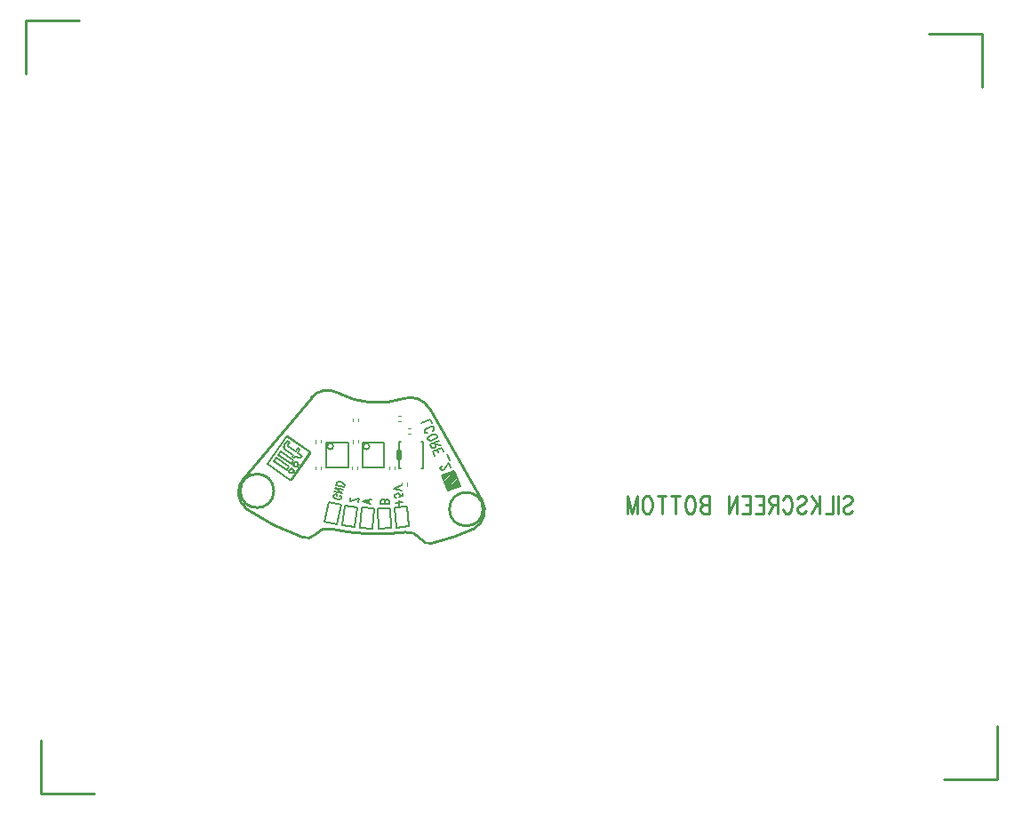
<source format=gbr>
*
*
G04 PADS 9.3 Build Number: 433611 generated Gerber (RS-274-X) file*
G04 PC Version=2.1*
*
%IN "LCORE_2.pcb"*%
*
%MOIN*%
*
%FSLAX35Y35*%
*
*
*
*
G04 PC Standard Apertures*
*
*
G04 Thermal Relief Aperture macro.*
%AMTER*
1,1,$1,0,0*
1,0,$1-$2,0,0*
21,0,$3,$4,0,0,45*
21,0,$3,$4,0,0,135*
%
*
*
G04 Annular Aperture macro.*
%AMANN*
1,1,$1,0,0*
1,0,$2,0,0*
%
*
*
G04 Odd Aperture macro.*
%AMODD*
1,1,$1,0,0*
1,0,$1-0.005,0,0*
%
*
*
G04 PC Custom Aperture Macros*
*
*
*
*
*
*
G04 PC Aperture Table*
*
%ADD010C,0.001*%
%ADD011C,0.004*%
%ADD012C,0.01*%
%ADD013C,0.00591*%
%ADD014C,0.006*%
%ADD016C,0.005*%
%ADD023C,0.01969*%
%ADD026C,0.00787*%
*
*
*
*
G04 PC Circuitry*
G04 Layer Name LCORE_2.pcb - circuitry*
%LPD*%
*
*
G04 PC Custom Flashes*
G04 Layer Name LCORE_2.pcb - flashes*
%LPD*%
*
*
G04 PC Circuitry*
G04 Layer Name LCORE_2.pcb - circuitry*
%LPD*%
*
G54D10*
G54D11*
G01X1956229Y1576539D02*
Y1577661D01*
X1954260Y1576563D02*
Y1577567D01*
X1940481Y1587492D02*
Y1586370D01*
X1942449Y1587469D02*
Y1586465D01*
X1942253Y1576539D02*
Y1577661D01*
X1940284Y1576563D02*
Y1577567D01*
X1926505Y1587492D02*
Y1586370D01*
X1928473Y1587469D02*
Y1586465D01*
Y1576539D02*
Y1577661D01*
X1926505Y1576563D02*
Y1577567D01*
X1960989Y1590087D02*
X1962111D01*
X1961012Y1592055D02*
X1962016D01*
X1957446Y1594614D02*
X1958568D01*
X1957469Y1596583D02*
X1958473D01*
X1940481Y1595760D02*
Y1594638D01*
X1942449Y1595736D02*
Y1594732D01*
X1960757Y1570437D02*
Y1571559D01*
X1958788Y1570461D02*
Y1571465D01*
G54D12*
X1910869Y1568500D02*
G75*
G03X1910869I-6300J0D01*
G01X1989309Y1561637D02*
G03X1989309I-6299J0D01*
G01X2124504Y1565594D02*
X2124958Y1566219D01*
X2125640Y1566531*
X2126549*
X2127231Y1566219*
X2127686Y1565594*
Y1564969*
X2127458Y1564344*
X2127231Y1564031*
X2126777Y1563719*
X2125413Y1563094*
X2124958Y1562781*
X2124731Y1562469*
X2124504Y1561844*
Y1560906*
X2124958Y1560281*
X2125640Y1559969*
X2126549*
X2127231Y1560281*
X2127686Y1560906*
X2122458Y1566531D02*
Y1559969D01*
X2120413Y1566531D02*
Y1559969D01*
X2117686*
X2115640Y1566531D02*
Y1559969D01*
X2112458Y1566531D02*
X2115640Y1562156D01*
X2114504Y1563719D02*
X2112458Y1559969D01*
X2107231Y1565594D02*
X2107686Y1566219D01*
X2108368Y1566531*
X2109277*
X2109958Y1566219*
X2110413Y1565594*
Y1564969*
X2110186Y1564344*
X2109958Y1564031*
X2109504Y1563719*
X2108140Y1563094*
X2107686Y1562781*
X2107458Y1562469*
X2107231Y1561844*
Y1560906*
X2107686Y1560281*
X2108368Y1559969*
X2109277*
X2109958Y1560281*
X2110413Y1560906*
X2101777Y1564969D02*
X2102004Y1565594D01*
X2102458Y1566219*
X2102913Y1566531*
X2103822*
X2104277Y1566219*
X2104731Y1565594*
X2104958Y1564969*
X2105186Y1564031*
Y1562469*
X2104958Y1561531*
X2104731Y1560906*
X2104277Y1560281*
X2103822Y1559969*
X2102913*
X2102458Y1560281*
X2102004Y1560906*
X2101777Y1561531*
X2099731Y1566531D02*
Y1559969D01*
Y1566531D02*
X2097686D01*
X2097004Y1566219*
X2096777Y1565906*
X2096549Y1565281*
Y1564656*
X2096777Y1564031*
X2097004Y1563719*
X2097686Y1563406*
X2099731*
X2098140D02*
X2096549Y1559969D01*
X2094504Y1566531D02*
Y1559969D01*
Y1566531D02*
X2091549D01*
X2094504Y1563406D02*
X2092686D01*
X2094504Y1559969D02*
X2091549D01*
X2089504Y1566531D02*
Y1559969D01*
Y1566531D02*
X2086549D01*
X2089504Y1563406D02*
X2087686D01*
X2089504Y1559969D02*
X2086549D01*
X2084504Y1566531D02*
Y1559969D01*
Y1566531D02*
X2081322Y1559969D01*
Y1566531D02*
Y1559969D01*
X2074049Y1566531D02*
Y1559969D01*
Y1566531D02*
X2072004D01*
X2071322Y1566219*
X2071095Y1565906*
X2070868Y1565281*
Y1564656*
X2071095Y1564031*
X2071322Y1563719*
X2072004Y1563406*
X2074049D02*
X2072004D01*
X2071322Y1563094*
X2071095Y1562781*
X2070868Y1562156*
Y1561219*
X2071095Y1560594*
X2071322Y1560281*
X2072004Y1559969*
X2074049*
X2067458Y1566531D02*
X2067913Y1566219D01*
X2068368Y1565594*
X2068595Y1564969*
X2068822Y1564031*
Y1562469*
X2068595Y1561531*
X2068368Y1560906*
X2067913Y1560281*
X2067458Y1559969*
X2066549*
X2066095Y1560281*
X2065640Y1560906*
X2065413Y1561531*
X2065186Y1562469*
Y1564031*
X2065413Y1564969*
X2065640Y1565594*
X2066095Y1566219*
X2066549Y1566531*
X2067458*
X2061549D02*
Y1559969D01*
X2063140Y1566531D02*
X2059958D01*
X2056322D02*
Y1559969D01*
X2057913Y1566531D02*
X2054731D01*
X2051322D02*
X2051777Y1566219D01*
X2052231Y1565594*
X2052458Y1564969*
X2052686Y1564031*
Y1562469*
X2052458Y1561531*
X2052231Y1560906*
X2051777Y1560281*
X2051322Y1559969*
X2050413*
X2049958Y1560281*
X2049504Y1560906*
X2049277Y1561531*
X2049049Y1562469*
Y1564031*
X2049277Y1564969*
X2049504Y1565594*
X2049958Y1566219*
X2050413Y1566531*
X2051322*
X2047004D02*
Y1559969D01*
Y1566531D02*
X2045186Y1559969D01*
X2043368Y1566531D02*
X2045186Y1559969D01*
X2043368Y1566531D02*
Y1559969D01*
X1900788Y1561558D02*
G03X1921809Y1551031I48934J71466D01*
G01X1921827Y1551025D02*
G03X1926389Y1552091I1471J3999D01*
G01X1932249Y1554225D02*
G03X1926391Y1552092I-1336J-5442D01*
G01X1932289Y1554216D02*
G03X1960292Y1552993I17468J78795D01*
G01X1965815Y1550567D02*
G03X1960269Y1552990I-4781J-3386D01*
G01X1965819Y1550561D02*
G03X1970341Y1548880I3345J2074D01*
G01X1970380Y1548889D02*
G03X1985922Y1554286I-20514J84150D01*
G01X1985913Y1554281D02*
G03X1988944Y1564993I-3840J6872D01*
G01X1988940Y1564999D02*
X1969016Y1599606D01*
X1969018Y1599603D02*
G03X1959686Y1603148I-6910J-4135D01*
G01X1934880Y1605240D02*
G03X1959709Y1603156I14835J27784D01*
G01X1934845Y1605259D02*
G03X1924876Y1603376I-3866J-6861D01*
G01X1924879Y1603379D02*
X1899587Y1573281D01*
X1899585Y1573278D02*
G03X1900763Y1561574I5923J-5315D01*
G01X1837791Y1744944D02*
X1817791D01*
Y1724944*
X1823603Y1475056D02*
Y1455056D01*
X1843603*
X2162209Y1460312D02*
X2182209D01*
Y1480312*
X2176373Y1719944D02*
Y1739944D01*
X2156373*
G54D13*
X1958591Y1577094D02*
X1957804D01*
Y1586937*
X1958591*
X1966072Y1577094D02*
X1966859D01*
Y1586937*
X1966072*
X1959120Y1564248D02*
X1956488Y1563878D01*
X1957939Y1563106D02*
X1957670Y1565020D01*
X1959095Y1567606D02*
X1959245Y1566543D01*
X1957944Y1566251*
X1958075Y1566378*
X1958176Y1566718*
X1958132Y1567037*
X1957941Y1567335*
X1957618Y1567507*
X1957165Y1567551*
X1956887Y1567404*
X1956464Y1567236*
X1956201Y1566982*
X1956100Y1566643*
X1956145Y1566324*
X1956336Y1566025*
X1956497Y1565940*
X1956804Y1565874*
X1958931Y1568775D02*
X1955741Y1569195D01*
X1958692Y1570477D02*
X1955741Y1569195D01*
X1935652Y1566758D02*
X1935912Y1566583D01*
X1936147Y1566303*
X1936238Y1566059*
X1936134Y1565642*
X1935939Y1565469*
X1935600Y1565332*
X1935288Y1565300*
X1934832Y1565303*
X1934116Y1565481*
X1933712Y1565693*
X1933452Y1565868*
X1933217Y1566148*
X1933126Y1566392*
X1933230Y1566809*
X1933425Y1566981*
X1933763Y1567118*
X1934076Y1567151*
X1934506Y1567044*
X1934376Y1566523D02*
X1934506Y1567044D01*
X1936602Y1567517D02*
X1933593Y1568267D01*
X1936602Y1567517D02*
X1933957Y1569726D01*
X1936965Y1568976D02*
X1933957Y1569726D01*
X1937199Y1569913D02*
X1934191Y1570664D01*
X1937199Y1569913D02*
X1937381Y1570643D01*
X1937316Y1570991*
X1937081Y1571271*
X1936820Y1571446*
X1936417Y1571658*
X1935700Y1571836*
X1935245Y1571839*
X1934932Y1571807*
X1934594Y1571670*
X1934373Y1571393*
X1934191Y1570664*
X1944240Y1564580D02*
X1947370Y1565325D01*
X1944240Y1564580D02*
X1947307Y1563608D01*
X1946325Y1565041D02*
X1946286Y1563968D01*
X1954042Y1563773D02*
X1950942Y1563719D01*
X1954042Y1563773D02*
X1954025Y1564740D01*
X1953872Y1565059*
X1953723Y1565164*
X1953425Y1565266*
X1953130Y1565261*
X1952837Y1565148*
X1952691Y1565038*
X1952549Y1564714*
X1952566Y1563748D02*
X1952549Y1564714D01*
X1952396Y1565033*
X1952246Y1565138*
X1951949Y1565240*
X1951506Y1565233*
X1951213Y1565120*
X1951067Y1565010*
X1950925Y1564685*
X1950942Y1563719*
X1939414Y1564484D02*
X1942655Y1565654D01*
X1939571Y1565979D02*
X1939414Y1564484D01*
X1942655Y1565654D02*
X1942498Y1564159D01*
X1924339Y1582409D02*
X1924329Y1582417D01*
X1924359Y1582459*
X1924349Y1582466*
X1924383Y1582515*
X1924373Y1582522*
X1924400Y1582561*
X1924390Y1582568*
X1924411Y1582598*
X1924401Y1582604*
X1924414Y1582624*
X1924405Y1582631*
X1924425Y1582660*
X1924415Y1582667*
X1924429Y1582687*
X1924419Y1582694*
X1924433Y1582713*
X1924423Y1582720*
X1924436Y1582740*
X1924426Y1582747*
X1924433Y1582756*
X1924423Y1582763*
X1924437Y1582783*
X1924427Y1582790*
X1924441Y1582809*
X1924431Y1582816*
X1924438Y1582826*
X1924428Y1582833*
X1924435Y1582842*
X1924425Y1582849*
X1924438Y1582869*
X1924429Y1582876*
X1924435Y1582886*
X1924426Y1582892*
X1924432Y1582902*
X1924423Y1582909*
X1924429Y1582919*
X1924420Y1582926*
X1924426Y1582935*
X1924416Y1582942*
X1924423Y1582952*
X1924413Y1582959*
X1924420Y1582969*
X1924410Y1582975*
X1924417Y1582985*
X1924407Y1582992*
X1924414Y1583002*
X1924404Y1583009*
X1924411Y1583018*
X1924411D02*
X1924401Y1583025D01*
X1924408Y1583035*
X1924388Y1583049*
X1924395Y1583059*
X1924385Y1583065*
X1924392Y1583075*
X1924373Y1583089*
X1924379Y1583099*
X1924369Y1583105*
X1924376Y1583115*
X1924357Y1583129*
X1924363Y1583139*
X1924344Y1583152*
X1924351Y1583162*
X1924331Y1583176*
X1924338Y1583185*
X1924318Y1583199*
X1924325Y1583209*
X1924295Y1583229*
X1924302Y1583239*
X1924273Y1583259*
X1924279Y1583269*
X1924240Y1583296*
X1924247Y1583306*
X1916267Y1588821*
X1916261Y1588811*
X1916221Y1588838*
X1916215Y1588828*
X1916185Y1588848*
X1916178Y1588839*
X1916149Y1588859*
X1916142Y1588849*
X1916122Y1588863*
X1916116Y1588853*
X1916096Y1588866*
X1916089Y1588857*
X1916069Y1588870*
X1916063Y1588860*
X1916043Y1588874*
X1916036Y1588864*
X1916026Y1588871*
X1916020Y1588861*
X1916000Y1588875*
X1915993Y1588865*
X1915983Y1588872*
X1915977Y1588862*
X1915957Y1588875*
X1915950Y1588866*
X1915940Y1588872*
X1915934Y1588863*
X1915924Y1588869*
X1915917Y1588859*
X1915907Y1588866*
X1915900Y1588856*
X1915890Y1588863*
X1915884Y1588853*
X1915874Y1588860*
X1915867Y1588850*
X1915857Y1588857*
X1915850Y1588847*
X1915841Y1588854*
X1915834Y1588844*
X1915824Y1588851*
X1915817Y1588841*
X1915807Y1588848*
X1915801Y1588838*
X1915791Y1588845*
X1915777Y1588825*
X1915767Y1588832*
X1915761Y1588822*
X1915751Y1588829*
X1915744Y1588819*
X1915734Y1588826*
X1915721Y1588806*
X1915711Y1588813*
X1915697Y1588794*
X1915687Y1588800*
X1915680Y1588791*
X1915671Y1588797*
X1915657Y1588778*
X1915647Y1588784*
X1915634Y1588765*
X1915624Y1588772*
X1915610Y1588752*
X1915600Y1588759*
X1915580Y1588729*
X1915570Y1588736*
X1915557Y1588716*
X1915547Y1588723*
X1915520Y1588684*
X1915510Y1588691*
X1915449Y1588602*
X1915439Y1588609*
X1908424Y1578458*
X1916855Y1572631*
X1916862Y1572641*
X1916911Y1572607*
X1916918Y1572617*
X1916947Y1572596*
X1916954Y1572606*
X1916984Y1572586*
X1916991Y1572596*
X1917010Y1572582*
X1917017Y1572592*
X1917037Y1572578*
X1917043Y1572588*
X1917063Y1572575*
X1917070Y1572584*
X1917090Y1572571*
X1917096Y1572581*
X1917106Y1572574*
X1917113Y1572584*
X1917133Y1572570*
X1917139Y1572580*
X1917149Y1572573*
X1917156Y1572583*
X1917166Y1572576*
X1917173Y1572586*
X1917192Y1572572*
X1917199Y1572582*
X1917209Y1572575*
X1917216Y1572585*
X1917226Y1572579*
X1917232Y1572588*
X1917242Y1572582*
X1917249Y1572591*
X1917259Y1572585*
X1917266Y1572594*
X1917275Y1572588*
X1917282Y1572597*
X1917292Y1572591*
X1917299Y1572600*
X1917309Y1572594*
X1917315Y1572604*
X1917325Y1572597*
X1917332Y1572607*
X1917342Y1572600*
X1917355Y1572619*
X1917365Y1572613*
X1917372Y1572622*
X1917382Y1572616*
X1917395Y1572635*
X1917405Y1572629*
X1917412Y1572638*
X1917422Y1572632*
X1917435Y1572651*
X1917445Y1572644*
X1917452Y1572654*
X1917462Y1572647*
X1917475Y1572667*
X1917485Y1572660*
X1917499Y1572680*
X1917509Y1572673*
X1917522Y1572693*
X1917532Y1572686*
X1917552Y1572716*
X1917562Y1572709*
X1917576Y1572728*
X1917586Y1572722*
X1917613Y1572761*
X1917623Y1572754*
X1917643Y1572784*
X1917653Y1572777*
X1917687Y1572826*
X1917697Y1572819*
X1917726Y1572861*
X1917736Y1572854*
X1924339Y1582409*
X1924199Y1582501D02*
X1917591Y1572940D01*
X1917581Y1572946*
X1917547Y1572897*
X1917538Y1572904*
X1917510Y1572865*
X1917501Y1572871*
X1917480Y1572842*
X1917470Y1572849*
X1917457Y1572829*
X1917447Y1572836*
X1917427Y1572806*
X1917417Y1572813*
X1917410Y1572803*
X1917400Y1572810*
X1917387Y1572791*
X1917377Y1572797*
X1917363Y1572778*
X1917353Y1572784*
X1917347Y1572775*
X1917337Y1572781*
X1917323Y1572762*
X1917313Y1572769*
X1917306Y1572759*
X1917297Y1572766*
X1917290Y1572756*
X1917280Y1572763*
X1917266Y1572743*
X1917257Y1572750*
X1917250Y1572740*
X1917240Y1572747*
X1917233Y1572737*
X1917223Y1572744*
X1917217Y1572734*
X1917207Y1572741*
X1917200Y1572731*
X1917190Y1572737*
X1917183Y1572728*
X1917164Y1572741*
X1917157Y1572731*
X1917147Y1572738*
X1917140Y1572728*
X1917130Y1572735*
X1917124Y1572725*
X1917104Y1572739*
X1917097Y1572729*
X1917087Y1572736*
X1917081Y1572726*
X1917061Y1572740*
X1917054Y1572730*
X1917035Y1572743*
X1917028Y1572734*
X1916998Y1572754*
X1916991Y1572744*
X1916962Y1572764*
X1916955Y1572755*
X1916916Y1572782*
X1916909Y1572772*
X1908625Y1578497*
X1915531Y1588491*
X1915541Y1588484*
X1915575Y1588533*
X1915585Y1588526*
X1915612Y1588566*
X1915622Y1588559*
X1915642Y1588588*
X1915652Y1588582*
X1915666Y1588601*
X1915676Y1588594*
X1915696Y1588624*
X1915706Y1588617*
X1915719Y1588637*
X1915729Y1588630*
X1915736Y1588640*
X1915746Y1588633*
X1915759Y1588653*
X1915769Y1588646*
X1915783Y1588666*
X1915793Y1588659*
X1915799Y1588669*
X1915809Y1588662*
X1915816Y1588672*
X1915826Y1588665*
X1915840Y1588685*
X1915849Y1588678*
X1915856Y1588688*
X1915866Y1588681*
X1915873Y1588691*
X1915883Y1588684*
X1915889Y1588694*
X1915899Y1588687*
X1915906Y1588697*
X1915916Y1588690*
X1915923Y1588700*
X1915932Y1588693*
X1915939Y1588703*
X1915959Y1588689*
X1915966Y1588699*
X1915975Y1588692*
X1915975D02*
X1915982Y1588702D01*
X1915992Y1588695*
X1915999Y1588705*
X1916019Y1588691*
X1916025Y1588701*
X1916035Y1588694*
X1916035D02*
X1916042Y1588704D01*
X1916062Y1588691*
X1916068Y1588701*
X1916088Y1588687*
X1916095Y1588697*
X1916124Y1588676*
X1916131Y1588686*
X1916161Y1588666*
X1916167Y1588676*
X1916207Y1588649*
X1916213Y1588658*
X1924114Y1583198*
X1924108Y1583189*
X1924147Y1583161*
X1924140Y1583152*
X1924170Y1583131*
X1924163Y1583121*
X1924192Y1583101*
X1924185Y1583091*
X1924205Y1583078*
X1924198Y1583068*
X1924218Y1583054*
X1924211Y1583044*
X1924221Y1583038*
X1924214Y1583028*
X1924234Y1583014*
X1924227Y1583004*
X1924237Y1582998*
X1924230Y1582988*
X1924240Y1582981*
X1924233Y1582971*
X1924253Y1582958*
X1924246Y1582948*
X1924256Y1582941*
X1924249Y1582931*
X1924259Y1582924*
X1924252Y1582914*
X1924262Y1582908*
X1924255Y1582898*
X1924265Y1582891*
X1924258Y1582881*
X1924268Y1582874*
X1924261Y1582865*
X1924271Y1582858*
X1924257Y1582838*
X1924267Y1582831*
X1924260Y1582822*
X1924270Y1582815*
X1924264Y1582805*
X1924273Y1582798*
X1924260Y1582778*
X1924270Y1582772*
X1924256Y1582752*
X1924266Y1582745*
X1924259Y1582735*
X1924269Y1582729*
X1924255Y1582709*
X1924265Y1582702*
X1924245Y1582673*
X1924255Y1582666*
X1924241Y1582646*
X1924251Y1582639*
X1924230Y1582610*
X1924240Y1582603*
X1924213Y1582564*
X1924223Y1582557*
X1924189Y1582508*
X1924199Y1582501*
X1916591Y1577514D02*
X1911717Y1580883D01*
X1910780Y1579527*
X1915654Y1576158*
X1916591Y1577514*
X1918270Y1575635D02*
X1918260Y1575642D01*
X1918294Y1575691*
X1918284Y1575698*
X1918312Y1575737*
X1918302Y1575744*
X1918322Y1575774*
X1918312Y1575780*
X1918326Y1575800*
X1918316Y1575807*
X1918336Y1575836*
X1918327Y1575843*
X1918340Y1575863*
X1918330Y1575870*
X1918344Y1575889*
X1918334Y1575896*
X1918348Y1575916*
X1918338Y1575923*
X1918351Y1575942*
X1918342Y1575949*
X1918348Y1575959*
X1918339Y1575966*
X1918352Y1575985*
X1918342Y1575992*
X1918349Y1576002*
X1918339Y1576009*
X1918346Y1576019*
X1918336Y1576025*
X1918350Y1576045*
X1918340Y1576052*
X1918347Y1576062*
X1918337Y1576068*
X1918344Y1576078*
X1918334Y1576085*
X1918341Y1576095*
X1918331Y1576102*
X1918338Y1576111*
X1918328Y1576118*
X1918335Y1576128*
X1918325Y1576135*
X1918332Y1576145*
X1918322Y1576151*
X1918329Y1576161*
X1918319Y1576168*
X1918326Y1576178*
X1918316Y1576185*
X1918323Y1576195*
X1918313Y1576201*
X1918319Y1576211*
X1918310Y1576218*
X1918316Y1576228*
X1918307Y1576235*
X1918313Y1576244*
X1918304Y1576251*
X1918310Y1576261*
X1918291Y1576275*
X1918298Y1576284*
X1918288Y1576291*
X1918294Y1576301*
X1918285Y1576308*
X1918291Y1576318*
X1918272Y1576331*
X1918279Y1576341*
X1918269Y1576348*
X1918276Y1576358*
X1918256Y1576371*
X1918263Y1576381*
X1918243Y1576395*
X1918250Y1576404*
X1918230Y1576418*
X1918237Y1576428*
X1918217Y1576441*
X1918224Y1576451*
X1918204Y1576465*
X1918211Y1576475*
X1918182Y1576495*
X1918189Y1576505*
X1918159Y1576525*
X1918166Y1576535*
X1918127Y1576562*
X1918133Y1576572*
X1918084Y1576606*
X1918091Y1576616*
X1918003Y1576677*
X1918009Y1576687*
X1917921Y1576748*
X1917914Y1576738*
X1917816Y1576806*
X1917809Y1576796*
X1917760Y1576830*
X1917753Y1576820*
X1917724Y1576841*
X1917717Y1576831*
X1917687Y1576851*
X1917681Y1576841*
X1917651Y1576862*
X1917644Y1576852*
X1917625Y1576866*
X1917618Y1576856*
X1917588Y1576876*
X1917582Y1576866*
X1917562Y1576880*
X1917555Y1576870*
X1917545Y1576877*
X1917539Y1576867*
X1917519Y1576881*
X1917512Y1576871*
X1917492Y1576884*
X1917486Y1576874*
X1917476Y1576881*
X1917469Y1576871*
X1917449Y1576885*
X1917443Y1576875*
X1917433Y1576882*
X1917426Y1576872*
X1917416Y1576879*
X1917409Y1576869*
X1917390Y1576883*
X1917383Y1576873*
X1917373Y1576880*
X1917366Y1576870*
X1917356Y1576877*
X1917350Y1576867*
X1917340Y1576874*
X1917333Y1576864*
X1917323Y1576871*
X1917316Y1576861*
X1917307Y1576868*
X1917300Y1576858*
X1917290Y1576865*
X1917283Y1576855*
X1917273Y1576861*
X1917267Y1576852*
X1917257Y1576858*
X1917250Y1576849*
X1917240Y1576855*
X1917233Y1576846*
X1917224Y1576852*
X1917210Y1576833*
X1917200Y1576840*
X1917193Y1576830*
X1917183Y1576836*
X1917177Y1576827*
X1917167Y1576833*
X1917160Y1576824*
X1917150Y1576830*
X1917137Y1576811*
X1917127Y1576818*
X1917120Y1576808*
X1917110Y1576814*
X1917097Y1576795*
X1917087Y1576802*
X1917073Y1576782*
X1917063Y1576789*
X1917050Y1576769*
X1917040Y1576776*
X1917026Y1576756*
X1917017Y1576763*
X1917003Y1576743*
X1916993Y1576750*
X1916980Y1576731*
X1916970Y1576737*
X1916949Y1576708*
X1916940Y1576715*
X1916912Y1576675*
X1916903Y1576682*
X1916875Y1576643*
X1916866Y1576650*
X1916825Y1576591*
X1916815Y1576597*
X1916686Y1576411*
X1916696Y1576404*
X1916655Y1576345*
X1916665Y1576338*
X1916631Y1576289*
X1916641Y1576282*
X1916620Y1576253*
X1916630Y1576246*
X1916610Y1576216*
X1916620Y1576210*
X1916606Y1576190*
X1916616Y1576183*
X1916602Y1576164*
X1916612Y1576157*
X1916599Y1576137*
X1916608Y1576130*
X1916595Y1576111*
X1916605Y1576104*
X1916591Y1576084*
X1916601Y1576077*
X1916587Y1576058*
X1916597Y1576051*
X1916590Y1576041*
X1916600Y1576034*
X1916587Y1576015*
X1916596Y1576008*
X1916590Y1575998*
X1916599Y1575991*
X1916593Y1575982*
X1916603Y1575975*
X1916589Y1575955*
X1916599Y1575948*
X1916592Y1575938*
X1916602Y1575932*
X1916595Y1575922*
X1916605Y1575915*
X1916598Y1575905*
X1916608Y1575898*
X1916601Y1575889*
X1916611Y1575882*
X1916604Y1575872*
X1916614Y1575865*
X1916607Y1575855*
X1916617Y1575849*
X1916610Y1575839*
X1916620Y1575832*
X1916613Y1575822*
X1916623Y1575815*
X1916616Y1575806*
X1916626Y1575799*
X1916619Y1575789*
X1916629Y1575782*
X1916622Y1575772*
X1916632Y1575765*
X1916625Y1575756*
X1916645Y1575742*
X1916638Y1575732*
X1916648Y1575725*
X1916641Y1575716*
X1916651Y1575709*
X1916644Y1575699*
X1916664Y1575685*
X1916657Y1575676*
X1916667Y1575669*
X1916660Y1575659*
X1916680Y1575645*
X1916673Y1575636*
X1916693Y1575622*
X1916686Y1575612*
X1916706Y1575599*
X1916699Y1575589*
X1916718Y1575575*
X1916712Y1575565*
X1916731Y1575552*
X1916725Y1575542*
X1916725D02*
X1916744Y1575528D01*
X1916737Y1575519*
X1916767Y1575498*
X1916760Y1575488*
X1916799Y1575461*
X1916793Y1575451*
X1916832Y1575424*
X1916825Y1575414*
X1916884Y1575374*
X1916877Y1575364*
X1917084Y1575221*
X1917090Y1575231*
X1917149Y1575190*
X1917156Y1575200*
X1917195Y1575173*
X1917202Y1575183*
X1917232Y1575162*
X1917239Y1575172*
X1917268Y1575152*
X1917275Y1575162*
X1917304Y1575141*
X1917311Y1575151*
X1917331Y1575138*
X1917338Y1575147*
X1917357Y1575134*
X1917364Y1575144*
X1917384Y1575130*
X1917390Y1575140*
X1917410Y1575126*
X1917417Y1575136*
X1917427Y1575129*
X1917433Y1575139*
X1917453Y1575126*
X1917460Y1575135*
X1917470Y1575129*
X1917477Y1575138*
X1917496Y1575125*
X1917503Y1575135*
X1917513Y1575128*
X1917520Y1575138*
X1917529Y1575131*
X1917536Y1575141*
X1917546Y1575134*
X1917553Y1575144*
X1917563Y1575137*
X1917569Y1575147*
X1917589Y1575133*
X1917596Y1575143*
X1917606Y1575136*
X1917613Y1575146*
X1917622Y1575139*
X1917629Y1575149*
X1917639Y1575142*
X1917646Y1575152*
X1917656Y1575145*
X1917662Y1575155*
X1917672Y1575148*
X1917679Y1575158*
X1917689Y1575151*
X1917702Y1575171*
X1917712Y1575164*
X1917719Y1575174*
X1917729Y1575167*
X1917736Y1575177*
X1917745Y1575170*
X1917752Y1575180*
X1917762Y1575173*
X1917776Y1575193*
X1917785Y1575186*
X1917792Y1575196*
X1917802Y1575189*
X1917816Y1575209*
X1917826Y1575202*
X1917832Y1575212*
X1917842Y1575205*
X1917856Y1575225*
X1917866Y1575218*
X1917879Y1575238*
X1917889Y1575231*
X1917903Y1575251*
X1917912Y1575244*
X1917926Y1575263*
X1917936Y1575257*
X1917949Y1575276*
X1917959Y1575270*
X1917980Y1575299*
X1917989Y1575292*
X1918010Y1575322*
X1918020Y1575315*
X1918047Y1575354*
X1918057Y1575347*
X1918091Y1575397*
X1918100Y1575390*
X1918270Y1575635*
Y1579943D02*
X1913395Y1583312D01*
X1912458Y1581956*
X1917332Y1578587*
X1918270Y1579943*
X1919931Y1578038D02*
X1919921Y1578045D01*
X1919962Y1578104*
X1919952Y1578111*
X1919979Y1578150*
X1919969Y1578157*
X1919989Y1578186*
X1919980Y1578193*
X1919993Y1578213*
X1919983Y1578220*
X1920004Y1578249*
X1919994Y1578256*
X1920008Y1578276*
X1919998Y1578282*
X1920011Y1578302*
X1920001Y1578309*
X1920015Y1578328*
X1920005Y1578335*
X1920012Y1578345*
X1920002Y1578352*
X1920016Y1578372*
X1920006Y1578378*
X1920020Y1578398*
X1920010Y1578405*
X1920016Y1578415*
X1920007Y1578421*
X1920013Y1578431*
X1920004Y1578438*
X1920017Y1578458*
X1920007Y1578464*
X1920014Y1578474*
X1920004Y1578481*
X1920011Y1578491*
X1920001Y1578498*
X1920008Y1578508*
X1920008D02*
X1919998Y1578514D01*
X1920005Y1578524*
X1919995Y1578531*
X1920002Y1578541*
X1919992Y1578548*
X1919999Y1578557*
X1919989Y1578564*
X1919996Y1578574*
X1919986Y1578581*
X1919993Y1578591*
X1919983Y1578597*
X1919990Y1578607*
X1919980Y1578614*
X1919987Y1578624*
X1919977Y1578631*
X1919984Y1578640*
X1919974Y1578647*
X1919981Y1578657*
X1919971Y1578664*
X1919978Y1578674*
X1919958Y1578687*
X1919965Y1578697*
X1919955Y1578704*
X1919962Y1578714*
X1919942Y1578727*
X1919949Y1578737*
X1919939Y1578744*
X1919946Y1578754*
X1919926Y1578767*
X1919933Y1578777*
X1919923Y1578784*
X1919930Y1578794*
X1919910Y1578807*
X1919917Y1578817*
X1919898Y1578831*
X1919904Y1578841*
X1919885Y1578854*
X1919891Y1578864*
X1919862Y1578884*
X1919869Y1578894*
X1919849Y1578908*
X1919856Y1578918*
X1919826Y1578938*
X1919833Y1578948*
X1919794Y1578975*
X1919801Y1578985*
X1919752Y1579019*
X1919758Y1579029*
X1919493Y1579212*
X1919486Y1579202*
X1919437Y1579236*
X1919430Y1579226*
X1919391Y1579253*
X1919384Y1579244*
X1919355Y1579264*
X1919348Y1579254*
X1919318Y1579275*
X1919312Y1579265*
X1919292Y1579278*
X1919285Y1579268*
X1919266Y1579282*
X1919259Y1579272*
X1919239Y1579286*
X1919232Y1579276*
X1919213Y1579290*
X1919206Y1579280*
X1919186Y1579293*
X1919179Y1579283*
X1919160Y1579297*
X1919153Y1579287*
X1919143Y1579294*
X1919136Y1579284*
X1919127Y1579291*
X1919120Y1579281*
X1919100Y1579295*
X1919093Y1579285*
X1919083Y1579292*
X1919077Y1579282*
X1919067Y1579289*
X1919060Y1579279*
X1919040Y1579292*
X1919034Y1579283*
X1919024Y1579289*
X1919017Y1579280*
X1919007Y1579286*
X1919000Y1579277*
X1918991Y1579283*
X1918984Y1579273*
X1918974Y1579280*
X1918967Y1579270*
X1918957Y1579277*
X1918951Y1579267*
X1918941Y1579274*
X1918934Y1579264*
X1918924Y1579271*
X1918917Y1579261*
X1918907Y1579268*
X1918901Y1579258*
X1918891Y1579265*
X1918877Y1579245*
X1918867Y1579252*
X1918861Y1579242*
X1918851Y1579249*
X1918844Y1579239*
X1918834Y1579246*
X1918821Y1579227*
X1918821D02*
X1918811Y1579233D01*
X1918804Y1579223*
X1918794Y1579230*
X1918781Y1579211*
X1918771Y1579217*
X1918764Y1579208*
X1918754Y1579214*
X1918741Y1579195*
X1918731Y1579201*
X1918717Y1579182*
X1918707Y1579189*
X1918694Y1579169*
X1918684Y1579176*
X1918670Y1579156*
X1918661Y1579163*
X1918640Y1579133*
X1918630Y1579140*
X1918617Y1579121*
X1918607Y1579127*
X1918580Y1579088*
X1918570Y1579095*
X1918543Y1579056*
X1918533Y1579062*
X1918492Y1579003*
X1918482Y1579010*
X1918353Y1578823*
X1918363Y1578817*
X1918316Y1578748*
X1918325Y1578741*
X1918298Y1578702*
X1918308Y1578695*
X1918288Y1578665*
X1918298Y1578659*
X1918277Y1578629*
X1918287Y1578622*
X1918273Y1578603*
X1918283Y1578596*
X1918263Y1578566*
X1918273Y1578560*
X1918259Y1578540*
X1918269Y1578533*
X1918262Y1578523*
X1918272Y1578517*
X1918258Y1578497*
X1918268Y1578490*
X1918255Y1578471*
X1918264Y1578464*
X1918258Y1578454*
X1918268Y1578447*
X1918254Y1578427*
X1918264Y1578421*
X1918257Y1578411*
X1918267Y1578404*
X1918253Y1578384*
X1918263Y1578378*
X1918256Y1578368*
X1918266Y1578361*
X1918259Y1578351*
X1918269Y1578344*
X1918262Y1578335*
X1918272Y1578328*
X1918265Y1578318*
X1918275Y1578311*
X1918268Y1578301*
X1918278Y1578295*
X1918271Y1578285*
X1918281Y1578278*
X1918274Y1578268*
X1918284Y1578261*
X1918277Y1578251*
X1918287Y1578245*
X1918281Y1578235*
X1918290Y1578228*
X1918284Y1578218*
X1918293Y1578211*
X1918287Y1578202*
X1918296Y1578195*
X1918290Y1578185*
X1918299Y1578178*
X1918293Y1578168*
X1918303Y1578162*
X1918296Y1578152*
X1918315Y1578138*
X1918309Y1578128*
X1918318Y1578122*
X1918312Y1578112*
X1918331Y1578098*
X1918324Y1578088*
X1918334Y1578082*
X1918328Y1578072*
X1918347Y1578058*
X1918340Y1578048*
X1918350Y1578042*
X1918343Y1578032*
X1918363Y1578018*
X1918356Y1578008*
X1918376Y1577995*
X1918369Y1577985*
X1918399Y1577964*
X1918392Y1577955*
X1918411Y1577941*
X1918405Y1577931*
X1918434Y1577911*
X1918427Y1577901*
X1918457Y1577881*
X1918450Y1577871*
X1918489Y1577844*
X1918483Y1577834*
X1918542Y1577793*
X1918535Y1577783*
X1918761Y1577627*
X1918768Y1577637*
X1918827Y1577596*
X1918833Y1577606*
X1918873Y1577579*
X1918879Y1577589*
X1918909Y1577568*
X1918916Y1577578*
X1918945Y1577558*
X1918952Y1577568*
X1918972Y1577554*
X1918978Y1577564*
X1918998Y1577550*
X1919005Y1577560*
X1919025Y1577546*
X1919031Y1577556*
X1919051Y1577543*
X1919058Y1577553*
X1919077Y1577539*
X1919084Y1577549*
X1919094Y1577542*
X1919101Y1577552*
X1919120Y1577538*
X1919127Y1577548*
X1919137Y1577541*
X1919144Y1577551*
X1919164Y1577538*
X1919170Y1577547*
X1919180Y1577541*
X1919187Y1577550*
X1919197Y1577544*
X1919204Y1577553*
X1919223Y1577540*
X1919230Y1577550*
X1919240Y1577543*
X1919247Y1577553*
X1919256Y1577546*
X1919263Y1577556*
X1919273Y1577549*
X1919280Y1577559*
X1919290Y1577552*
X1919296Y1577562*
X1919306Y1577555*
X1919313Y1577565*
X1919323Y1577558*
X1919330Y1577568*
X1919340Y1577561*
X1919346Y1577571*
X1919356Y1577564*
X1919363Y1577574*
X1919373Y1577567*
X1919386Y1577587*
X1919396Y1577580*
X1919403Y1577590*
X1919413Y1577583*
X1919420Y1577593*
X1919429Y1577586*
X1919443Y1577606*
X1919453Y1577599*
X1919460Y1577609*
X1919469Y1577602*
X1919483Y1577622*
X1919493Y1577615*
X1919500Y1577625*
X1919509Y1577618*
X1919523Y1577638*
X1919533Y1577631*
X1919546Y1577650*
X1919556Y1577644*
X1919570Y1577663*
X1919580Y1577656*
X1919593Y1577676*
X1919603Y1577669*
X1919617Y1577689*
X1919627Y1577682*
X1919647Y1577712*
X1919657Y1577705*
X1919677Y1577734*
X1919687Y1577728*
X1919714Y1577767*
X1919724Y1577760*
X1919758Y1577809*
X1919768Y1577802*
X1919931Y1578038*
X1921356Y1581639D02*
X1919744Y1582753D01*
X1920627Y1584030*
X1919870Y1584553*
X1918988Y1583276*
X1916393Y1585069*
X1916400Y1585079*
X1916292Y1585153*
X1916299Y1585163*
X1916230Y1585211*
X1916237Y1585220*
X1916197Y1585248*
X1916204Y1585257*
X1916165Y1585285*
X1916172Y1585294*
X1916132Y1585322*
X1916139Y1585331*
X1916110Y1585352*
X1916116Y1585362*
X1916097Y1585375*
X1916104Y1585385*
X1916084Y1585399*
X1916091Y1585408*
X1916071Y1585422*
X1916078Y1585432*
X1916058Y1585445*
X1916065Y1585455*
X1916045Y1585469*
X1916052Y1585479*
X1916042Y1585485*
X1916049Y1585495*
X1916029Y1585509*
X1916036Y1585519*
X1916026Y1585525*
X1916033Y1585535*
X1916023Y1585542*
X1916030Y1585552*
X1916020Y1585559*
X1916027Y1585569*
X1916017Y1585575*
X1916024Y1585585*
X1916014Y1585592*
X1916021Y1585602*
X1916011Y1585609*
X1916018Y1585618*
X1916008Y1585625*
X1916022Y1585645*
X1916012Y1585652*
X1916019Y1585661*
X1916009Y1585668*
X1916023Y1585688*
X1916023D02*
X1916013Y1585695D01*
X1916026Y1585714*
X1916016Y1585721*
X1916030Y1585741*
X1916020Y1585748*
X1916034Y1585767*
X1916024Y1585774*
X1916044Y1585804*
X1916034Y1585810*
X1916062Y1585850*
X1916052Y1585856*
X1916079Y1585896*
X1916069Y1585903*
X1916117Y1585971*
X1916107Y1585978*
X1916311Y1586273*
X1916320Y1586266*
X1916382Y1586355*
X1916391Y1586348*
X1916439Y1586417*
X1916449Y1586410*
X1916483Y1586459*
X1916493Y1586452*
X1916526Y1586501*
X1916536Y1586494*
X1916570Y1586544*
X1916580Y1586537*
X1916607Y1586576*
X1916617Y1586569*
X1916644Y1586609*
X1916654Y1586602*
X1916674Y1586631*
X1916684Y1586625*
X1916711Y1586664*
X1916721Y1586657*
X1916728Y1586667*
X1915952Y1587203*
X1915938Y1587184*
X1915928Y1587190*
X1915915Y1587171*
X1915905Y1587178*
X1915885Y1587148*
X1915875Y1587155*
X1915854Y1587125*
X1915844Y1587132*
X1915824Y1587103*
X1915814Y1587110*
X1915794Y1587080*
X1915784Y1587087*
X1915757Y1587048*
X1915747Y1587054*
X1915720Y1587015*
X1915710Y1587022*
X1915683Y1586983*
X1915673Y1586989*
X1915639Y1586940*
X1915629Y1586947*
X1915595Y1586898*
X1915586Y1586905*
X1915552Y1586855*
X1915542Y1586862*
X1915501Y1586803*
X1915491Y1586810*
X1915437Y1586731*
X1915427Y1586738*
X1915373Y1586660*
X1915363Y1586666*
X1915295Y1586568*
X1915285Y1586575*
X1915190Y1586437*
X1915180Y1586444*
X1914868Y1585992*
X1914878Y1585985*
X1914817Y1585897*
X1914826Y1585890*
X1914786Y1585831*
X1914795Y1585824*
X1914762Y1585775*
X1914771Y1585768*
X1914744Y1585729*
X1914754Y1585722*
X1914727Y1585683*
X1914737Y1585676*
X1914716Y1585647*
X1914726Y1585640*
X1914706Y1585610*
X1914716Y1585604*
X1914695Y1585574*
X1914705Y1585567*
X1914685Y1585538*
X1914694Y1585531*
X1914681Y1585512*
X1914691Y1585505*
X1914670Y1585475*
X1914680Y1585468*
X1914667Y1585449*
X1914676Y1585442*
X1914663Y1585422*
X1914673Y1585416*
X1914659Y1585396*
X1914669Y1585389*
X1914655Y1585369*
X1914665Y1585363*
X1914652Y1585343*
X1914661Y1585336*
X1914648Y1585317*
X1914658Y1585310*
X1914644Y1585290*
X1914654Y1585283*
X1914647Y1585274*
X1914657Y1585267*
X1914643Y1585247*
X1914653Y1585240*
X1914646Y1585230*
X1914656Y1585224*
X1914643Y1585204*
X1914652Y1585197*
X1914646Y1585187*
X1914656Y1585181*
X1914642Y1585161*
X1914652Y1585154*
X1914645Y1585144*
X1914655Y1585138*
X1914641Y1585118*
X1914651Y1585111*
X1914644Y1585101*
X1914654Y1585094*
X1914647Y1585085*
X1914657Y1585078*
X1914650Y1585068*
X1914660Y1585061*
X1914647Y1585042*
X1914656Y1585035*
X1914650Y1585025*
X1914659Y1585018*
X1914653Y1585008*
X1914662Y1585002*
X1914656Y1584992*
X1914665Y1584985*
X1914659Y1584975*
X1914669Y1584968*
X1914662Y1584958*
X1914672Y1584952*
X1914665Y1584942*
X1914675Y1584935*
X1914668Y1584925*
X1914678Y1584918*
X1914671Y1584909*
X1914681Y1584902*
X1914674Y1584892*
X1914684Y1584885*
X1914677Y1584875*
X1914687Y1584869*
X1914680Y1584859*
X1914690Y1584852*
X1914683Y1584842*
X1914693Y1584835*
X1914686Y1584826*
X1914696Y1584819*
X1914689Y1584809*
X1914699Y1584802*
X1914692Y1584792*
X1914702Y1584786*
X1914695Y1584776*
X1914705Y1584769*
X1914698Y1584759*
X1914718Y1584745*
X1914711Y1584736*
X1914721Y1584729*
X1914714Y1584719*
X1914724Y1584712*
X1914717Y1584702*
X1914737Y1584689*
X1914730Y1584679*
X1914740Y1584672*
X1914733Y1584662*
X1914743Y1584656*
X1914736Y1584646*
X1914756Y1584632*
X1914749Y1584622*
X1914759Y1584616*
X1914752Y1584606*
X1914772Y1584592*
X1914765Y1584582*
X1914775Y1584576*
X1914768Y1584566*
X1914787Y1584552*
X1914781Y1584542*
X1914800Y1584529*
X1914794Y1584519*
X1914803Y1584512*
X1914797Y1584502*
X1914816Y1584489*
X1914809Y1584479*
X1914829Y1584465*
X1914822Y1584455*
X1914842Y1584442*
X1914835Y1584432*
X1914855Y1584418*
X1914848Y1584409*
X1914868Y1584395*
X1914861Y1584385*
X1914881Y1584372*
X1914874Y1584362*
X1914903Y1584341*
X1914896Y1584332*
X1914916Y1584318*
X1914909Y1584308*
X1914929Y1584295*
X1914922Y1584285*
X1914952Y1584264*
X1914945Y1584255*
X1914974Y1584234*
X1914968Y1584224*
X1914997Y1584204*
X1914990Y1584194*
X1915020Y1584174*
X1915013Y1584164*
X1915042Y1584144*
X1915036Y1584134*
X1915075Y1584107*
X1915068Y1584097*
X1915107Y1584070*
X1915101Y1584060*
X1915140Y1584033*
X1915133Y1584023*
X1915182Y1583989*
X1915176Y1583979*
X1915225Y1583945*
X1915218Y1583935*
X1915277Y1583895*
X1915270Y1583885*
X1915349Y1583830*
X1915342Y1583821*
X1915450Y1583746*
X1915443Y1583736*
X1918067Y1581923*
X1917666Y1581343*
X1918399Y1580837*
X1918838Y1581463*
X1918858Y1581449*
X1918864Y1581459*
X1918904Y1581432*
X1918910Y1581442*
X1918950Y1581414*
X1918957Y1581424*
X1918986Y1581404*
X1918993Y1581414*
X1919032Y1581386*
X1919039Y1581396*
X1919068Y1581376*
X1919075Y1581386*
X1919115Y1581359*
X1919121Y1581368*
X1919161Y1581341*
X1919167Y1581351*
X1919197Y1581331*
X1919204Y1581341*
X1919243Y1581313*
X1919250Y1581323*
X1919279Y1581303*
X1919286Y1581313*
X1919325Y1581286*
X1919325D02*
X1919332Y1581295D01*
X1919371Y1581268*
X1919378Y1581278*
X1919408Y1581258*
X1919415Y1581267*
X1919454Y1581240*
X1919461Y1581250*
X1919490Y1581230*
X1919497Y1581240*
X1919536Y1581212*
X1919543Y1581222*
X1919582Y1581195*
X1919589Y1581205*
X1919619Y1581185*
X1919625Y1581194*
X1919665Y1581167*
X1919671Y1581177*
X1919701Y1581157*
X1919708Y1581166*
X1919747Y1581139*
X1919754Y1581149*
X1919793Y1581122*
X1919800Y1581132*
X1919829Y1581111*
X1919836Y1581121*
X1919876Y1581094*
X1919882Y1581104*
X1919912Y1581084*
X1919919Y1581093*
X1919958Y1581066*
X1919965Y1581076*
X1920004Y1581049*
X1920011Y1581059*
X1920040Y1581038*
X1920047Y1581048*
X1920086Y1581021*
X1920093Y1581031*
X1920123Y1581010*
X1920129Y1581020*
X1920169Y1580993*
X1920176Y1581003*
X1920215Y1580976*
X1920222Y1580986*
X1920251Y1580965*
X1920258Y1580975*
X1920297Y1580948*
X1920304Y1580958*
X1920333Y1580937*
X1920340Y1580947*
X1920380Y1580920*
X1920386Y1580930*
X1920426Y1580903*
X1920432Y1580912*
X1920462Y1580892*
X1920469Y1580902*
X1920508Y1580875*
X1920515Y1580885*
X1920554Y1580857*
X1920561Y1580867*
X1920590Y1580847*
X1920597Y1580857*
X1920637Y1580830*
X1920643Y1580839*
X1920673Y1580819*
X1920680Y1580829*
X1920719Y1580802*
X1920726Y1580811*
X1920765Y1580784*
X1921356Y1581639*
G54D14*
X1952292Y1586719D02*
X1944024D01*
Y1577291*
X1952292*
Y1586719*
X1946703Y1585152D02*
G03X1946703I-1104J0D01*
G01X1938709Y1586719D02*
X1930442D01*
Y1577291*
X1938709*
Y1586719*
X1933120Y1585152D02*
G03X1933120I-1104J0D01*
G54D16*
G01X1948373Y1561911D02*
X1943655Y1562158D01*
X1943263Y1554688*
X1947981Y1554441*
X1948373Y1561911*
X1954574Y1562063D02*
X1949852Y1561898D01*
X1950113Y1554422*
X1954835Y1554587*
X1954574Y1562063*
X1936049Y1563227D02*
X1931446Y1564290D01*
X1929763Y1557001*
X1934366Y1555938*
X1936049Y1563227*
X1960738Y1562755D02*
X1956049Y1562179D01*
X1956960Y1554754*
X1961650Y1555330*
X1960738Y1562755*
X1942182Y1562300D02*
X1937504Y1562957D01*
X1936463Y1555550*
X1941141Y1554892*
X1942182Y1562300*
G54D23*
X1957804Y1580638D02*
Y1583394D01*
G54D26*
X1966088Y1593988D02*
X1969418Y1595402D01*
X1970005Y1594018*
X1968643Y1590174D02*
X1968277Y1590154D01*
X1967862Y1590250*
X1967606Y1590414*
X1967410Y1590875*
X1967471Y1591173*
X1967690Y1591538*
X1967958Y1591788*
X1968385Y1592105*
X1969177Y1592442*
X1969702Y1592528*
X1970068Y1592548*
X1970483Y1592452*
X1970740Y1592288*
X1970935Y1591827*
X1970875Y1591529*
X1970655Y1591164*
X1970387Y1590914*
X1968585Y1588107D02*
X1968645Y1588405D01*
X1968865Y1588771*
X1969133Y1589020*
X1969559Y1589338*
X1970352Y1589674*
X1970877Y1589761*
X1971243Y1589780*
X1971658Y1589684*
X1971914Y1589521*
X1972110Y1589060*
X1972049Y1588762*
X1971830Y1588396*
X1971562Y1588146*
X1971135Y1587829*
X1970343Y1587493*
X1969818Y1587406*
X1969452Y1587387*
X1969037Y1587483*
X1968780Y1587646*
X1968585Y1588107*
X1969515Y1585917D02*
X1972844Y1587330D01*
X1969515Y1585917D02*
X1969955Y1584879D01*
X1970261Y1584600*
X1970468Y1584552*
X1970834Y1584571*
X1971151Y1584706*
X1971419Y1584956*
X1971529Y1585139*
X1971541Y1585552*
X1971100Y1586590*
X1971443Y1585782D02*
X1973529Y1585716D01*
X1970640Y1583264D02*
X1973970Y1584678D01*
X1970640Y1583264D02*
X1971277Y1581765D01*
X1972226Y1583937D02*
X1972617Y1583015D01*
X1973970Y1584678D02*
X1974606Y1583179D01*
X1975681Y1582410D02*
X1976709Y1579989D01*
X1973880Y1577835D02*
X1973722Y1577768D01*
X1973454Y1577518*
X1973344Y1577336*
X1973283Y1577038*
X1973283D02*
X1973479Y1576576D01*
X1973736Y1576413*
X1973943Y1576365*
X1974309Y1576384*
X1974626Y1576519*
X1974895Y1576769*
X1975272Y1577201*
X1976368Y1579028*
X1977054Y1577413*
X1978585Y1576098D02*
X1973909Y1574350D01*
X1976150Y1568667*
X1980826Y1570415*
X1978585Y1576098*
X1980422Y1570264D02*
X1980755Y1570597D01*
X1978821Y1569665D02*
X1980471Y1571316D01*
X1977220Y1569067D02*
X1980188Y1572034D01*
X1976056Y1568905D02*
X1979904Y1572753D01*
X1975773Y1569624D02*
X1979621Y1573472D01*
X1975489Y1570343D02*
X1979337Y1574191D01*
X1975206Y1571061D02*
X1979054Y1574909D01*
X1974922Y1571780D02*
X1978770Y1575628D01*
X1974639Y1572499D02*
X1978031Y1575891D01*
X1974355Y1573218D02*
X1976430Y1575292D01*
X1974072Y1573936D02*
X1974829Y1574694D01*
G74*
X0Y0D02*
M02*

</source>
